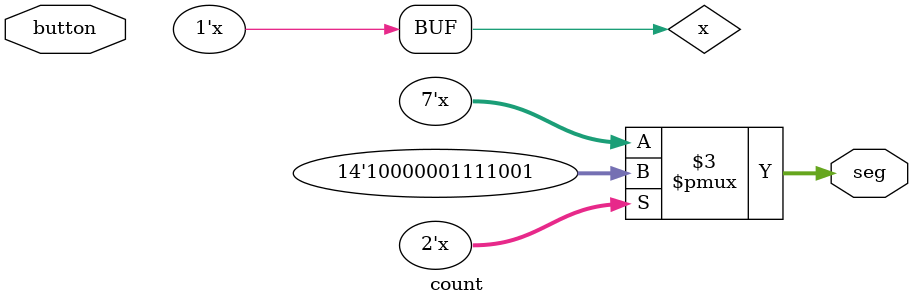
<source format=v>
`timescale 1ns / 1ps

module count(
    seg,button
    );
     
     //Declare inputs,outputs and internal variables.
     //input [3:0] bcd;
     input button;
     reg x;
     output reg [6:0] seg;
//always block for converting bcd digit into 7 segment format
    always @(button)
    begin
       x = x + 1;
        case (x) //case statement
                    0 : seg = 7'b1000000;
                    1 : seg = 7'b1111001;
                    2 : seg = 7'b0100100;
                    3 : seg = 7'b0110000;
                    4 : seg = 7'b0011001;
                    5 : seg = 7'b0010010;
                    6 : seg = 7'b0000010;
                    7 : seg = 7'b1111000;
                    8 : seg = 7'b0000000;
                    9 : seg = 7'b0010000;
                    
                    //switch off 7 segment character when the bcd digit is not a decimal number.
                    default : seg = 7'b1111111; 
                endcase
    end
    
endmodule

</source>
